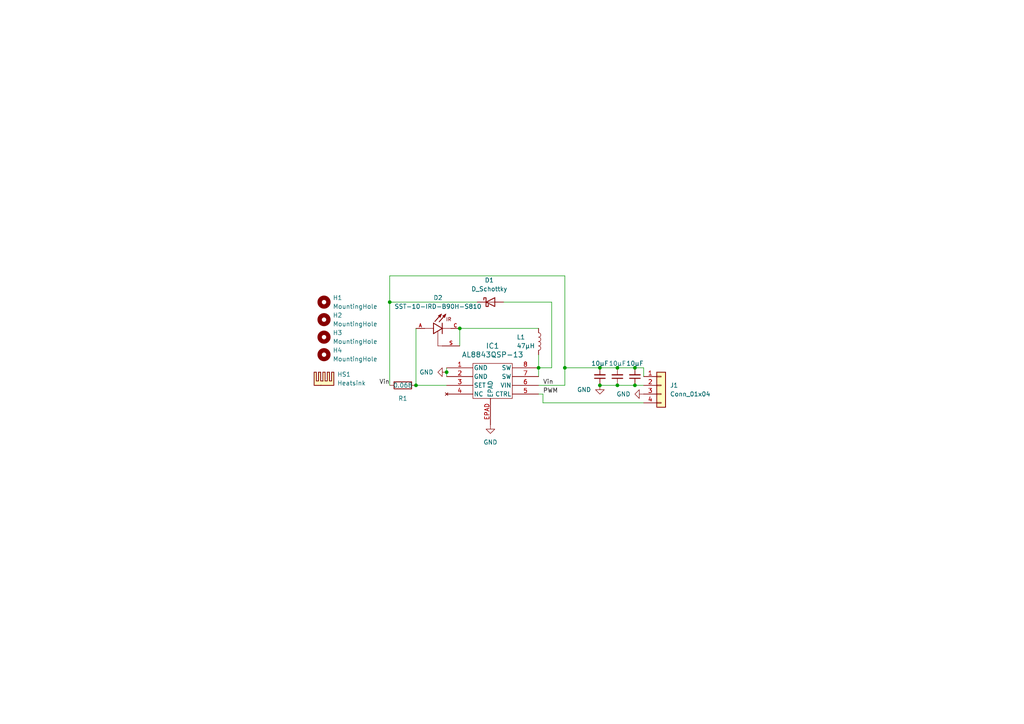
<source format=kicad_sch>
(kicad_sch (version 20230121) (generator eeschema)
  (paper "A4")
  (lib_symbols
    (symbol "Connector_Generic:Conn_01x04" (pin_names (offset 1.016) hide)
      (property "Reference" "J" (at 0 5.08 0))
      (property "Value" "Conn_01x04" (at 0 -7.62 0))
      (symbol "Conn_01x04_1_1"
        (rectangle (start -1.27 -4.953) (end 0 -5.207) (stroke (width 0.1524)))
        (rectangle (start -1.27 -2.413) (end 0 -2.667) (stroke (width 0.1524)))
        (rectangle (start -1.27 0.127) (end 0 -0.127) (stroke (width 0.1524)))
        (rectangle (start -1.27 2.667) (end 0 2.413) (stroke (width 0.1524)))
        (rectangle (start -1.27 3.81) (end 1.27 -6.35) (stroke (width 0.254)) (fill (type background)))
        (pin passive line (at -5.08 2.54 0) (length 3.81) (name "Pin_1") (number "1"))
        (pin passive line (at -5.08 0 0) (length 3.81) (name "Pin_2") (number "2"))
        (pin passive line (at -5.08 -2.54 0) (length 3.81) (name "Pin_3") (number "3"))
        (pin passive line (at -5.08 -5.08 0) (length 3.81) (name "Pin_4") (number "4"))
      )
    )
    (symbol "Custom:AL8843QSP-13" (pin_names (offset 0.254))
      (property "Reference" "IC" (at 20.32 10.16 0))
      (property "Value" "AL8843QSP-13" (at 20.32 7.62 0))
      (symbol "AL8843QSP-13_0_1"
        (pin power_out line (at 0 0 0) (length 7.62) (name "GND") (number "1"))
        (pin power_out line (at 0 -2.54 0) (length 7.62) (name "GND") (number "2"))
        (pin unspecified line (at 0 -5.08 0) (length 7.62) (name "SET") (number "3"))
        (pin no_connect line (at 0 -7.62 0) (length 7.62) (name "NC") (number "4"))
        (pin unspecified line (at 26.67 -7.62 180) (length 7.62) (name "CTRL") (number "5"))
        (pin unspecified line (at 26.67 -5.08 180) (length 7.62) (name "VIN") (number "6"))
        (pin unspecified line (at 26.67 -2.54 180) (length 7.62) (name "SW") (number "7"))
        (pin unspecified line (at 26.67 0 180) (length 7.62) (name "SW") (number "8"))
      )
      (symbol "AL8843QSP-13_1_1"
        (rectangle (start 7.62 1.27) (end 19.05 -8.89))
        (pin unspecified line (at 12.7 -16.51 90) (length 7.62) (name "EPAD") (number "EPAD"))
      )
    )
    (symbol "Custom:SST-10-IRD-B90H-S810" (pin_names (offset 1.016))
      (property "Reference" "D" (at -7.62 5.08 0))
      (property "Value" "SST-10-IRD-B90H-S810" (at -7.62 -7.62 0))
      (symbol "SST-10-IRD-B90H-S810_0_0"
        (polyline (pts (xy -2.54 -1.524) (xy 0 0)) (stroke (width 0.254)))
        (polyline (pts (xy -2.54 0) (xy -5.08 0)) (stroke (width 0.1524)))
        (polyline (pts (xy -2.54 0) (xy -2.54 -1.524)) (stroke (width 0.254)))
        (polyline (pts (xy -2.54 1.524) (xy -2.54 0)) (stroke (width 0.254)))
        (polyline (pts (xy -1.27 -5.08) (xy -1.27 -0.7112)) (stroke (width 0.1524)))
        (polyline (pts (xy -0.3556 4.0386) (xy -2.1336 2.0066)) (stroke (width 0.254)))
        (polyline (pts (xy 0 -5.08) (xy -1.27 -5.08)) (stroke (width 0.1524)))
        (polyline (pts (xy 0 0) (xy -2.54 1.524)) (stroke (width 0.254)))
        (polyline (pts (xy 0 0) (xy 0 -1.524)) (stroke (width 0.254)))
        (polyline (pts (xy 0 1.524) (xy 0 0)) (stroke (width 0.254)))
        (polyline (pts (xy 0.889 3.937) (xy -0.889 1.905)) (stroke (width 0.254)))
        (polyline (pts (xy 2.54 0) (xy 0 0)) (stroke (width 0.1524)))
        (polyline (pts (xy -1.143 3.683) (xy -0.5715 3.175) (xy -0.1905 4.191) (xy -1.143 3.683)) (stroke (width 0.1524)) (fill (type outline)))
        (polyline (pts (xy 0.127 3.6195) (xy 0.6985 3.1115) (xy 1.0795 4.191) (xy 0.127 3.6195)) (stroke (width 0.1524)) (fill (type outline)))
        (text "IR" (at 1.016 2.032 0) (effects (font (size 1.016 1.016)) (justify left bottom)))
        (pin passive line (at -7.62 0 0) (length 2.54) (name "~") (number "A"))
        (pin passive line (at 5.08 0 180) (length 2.54) (name "~") (number "C"))
        (pin passive line (at 5.08 -5.08 180) (length 5.08) (name "~") (number "S"))
      )
    )
    (symbol "Device:C_Small" (pin_numbers hide) (pin_names (offset 0.254) hide)
      (property "Reference" "C" (at 0.254 1.778 0))
      (property "Value" "C_Small" (at 0.254 -2.032 0))
      (symbol "C_Small_0_1"
        (polyline (pts (xy -1.524 -0.508) (xy 1.524 -0.508)) (stroke (width 0.3302)))
        (polyline (pts (xy -1.524 0.508) (xy 1.524 0.508)) (stroke (width 0.3048)))
      )
      (symbol "C_Small_1_1"
        (pin passive line (at 0 2.54 270) (length 2.032) (name "~") (number "1"))
        (pin passive line (at 0 -2.54 90) (length 2.032) (name "~") (number "2"))
      )
    )
    (symbol "Device:D_Schottky" (pin_numbers hide) (pin_names (offset 1.016) hide)
      (property "Reference" "D" (at 0 2.54 0))
      (property "Value" "D_Schottky" (at 0 -2.54 0))
      (symbol "D_Schottky_0_1"
        (polyline (pts (xy 1.27 0) (xy -1.27 0)))
        (polyline (pts (xy 1.27 1.27) (xy 1.27 -1.27) (xy -1.27 0) (xy 1.27 1.27)) (stroke (width 0.254)))
        (polyline (pts (xy -1.905 0.635) (xy -1.905 1.27) (xy -1.27 1.27) (xy -1.27 -1.27) (xy -0.635 -1.27) (xy -0.635 -0.635)) (stroke (width 0.254)))
      )
      (symbol "D_Schottky_1_1"
        (pin passive line (at -3.81 0 0) (length 2.54) (name "K") (number "1"))
        (pin passive line (at 3.81 0 180) (length 2.54) (name "A") (number "2"))
      )
    )
    (symbol "Device:L" (pin_numbers hide) (pin_names (offset 1.016) hide)
      (property "Reference" "L" (at -1.27 0 90))
      (property "Value" "L" (at 1.905 0 90))
      (symbol "L_0_1"
        (arc (start 0 -2.54) (mid 0.6323 -1.905) (end 0 -1.27))
        (arc (start 0 -1.27) (mid 0.6323 -0.635) (end 0 0))
        (arc (start 0 0) (mid 0.6323 0.635) (end 0 1.27))
        (arc (start 0 1.27) (mid 0.6323 1.905) (end 0 2.54))
      )
      (symbol "L_1_1"
        (pin passive line (at 0 3.81 270) (length 1.27) (name "1") (number "1"))
        (pin passive line (at 0 -3.81 90) (length 1.27) (name "2") (number "2"))
      )
    )
    (symbol "Device:R" (pin_numbers hide) (pin_names (offset 0))
      (property "Reference" "R" (at 2.032 0 90))
      (property "Value" "R" (at 0 0 90))
      (symbol "R_0_1"
        (rectangle (start -1.016 -2.54) (end 1.016 2.54) (stroke (width 0.254)))
      )
      (symbol "R_1_1"
        (pin passive line (at 0 3.81 270) (length 1.27) (name "~") (number "1"))
        (pin passive line (at 0 -3.81 90) (length 1.27) (name "~") (number "2"))
      )
    )
    (symbol "Mechanical:Heatsink" (pin_names (offset 1.016))
      (property "Reference" "HS" (at 0 5.08 0))
      (property "Value" "Heatsink" (at 0 -1.27 0))
      (symbol "Heatsink_0_1"
        (polyline (pts (xy -0.3302 1.27) (xy -0.9652 1.27) (xy -0.9652 3.81) (xy -1.6002 3.81) (xy -1.6002 1.27) (xy -2.2352 1.27) (xy -2.2352 3.81) (xy -2.8702 3.81) (xy -2.8702 0) (xy -0.9652 0)) (stroke (width 0.254)) (fill (type background)))
        (polyline (pts (xy -0.3302 1.27) (xy -0.3302 3.81) (xy 0.3048 3.81) (xy 0.3048 1.27) (xy 0.9398 1.27) (xy 0.9398 3.81) (xy 1.5748 3.81) (xy 1.5748 1.27) (xy 2.2098 1.27) (xy 2.2098 3.81) (xy 2.8448 3.81) (xy 2.8448 0) (xy -0.9652 0)) (stroke (width 0.254)) (fill (type background)))
      )
    )
    (symbol "Mechanical:MountingHole" (pin_names (offset 1.016))
      (property "Reference" "H" (at 0 5.08 0))
      (property "Value" "MountingHole" (at 0 3.175 0))
      (symbol "MountingHole_0_1"
        (circle (center 0 0) (radius 1.27) (stroke (width 1.27)))
      )
    )
    (symbol "power:GND" (power) (pin_names (offset 0))
      (property "Value" "GND" (at 0 -3.81 0))
      (symbol "GND_0_1"
        (polyline (pts (xy 0 0) (xy 0 -1.27) (xy 1.27 -1.27) (xy 0 -2.54) (xy -1.27 -1.27) (xy 0 -1.27)))
      )
      (symbol "GND_1_1"
        (pin power_in line (at 0 0 270) (length 0) hide (name "GND") (number "1"))
      )
    )
  )
  (junction (at 173.99 106.68))
  (junction (at 156.21 106.68))
  (junction (at 184.15 111.76))
  (junction (at 113.03 87.63))
  (junction (at 133.35 95.25))
  (junction (at 179.07 111.76))
  (junction (at 179.07 106.68))
  (junction (at 120.65 111.76))
  (junction (at 129.54 107.95))
  (junction (at 184.15 106.68))
  (junction (at 173.99 111.76))
  (junction (at 163.83 106.68))
  (wire (pts (xy 113.03 87.63) (xy 138.43 87.63)))
  (wire (pts (xy 184.15 111.76) (xy 186.69 111.76)))
  (wire (pts (xy 120.65 111.76) (xy 129.54 111.76)))
  (wire (pts (xy 133.35 95.25) (xy 156.21 95.25)))
  (wire (pts (xy 146.05 87.63) (xy 160.02 87.63)))
  (wire (pts (xy 157.48 116.84) (xy 157.48 114.3)))
  (wire (pts (xy 133.35 95.25) (xy 133.35 100.33)))
  (wire (pts (xy 156.21 114.3) (xy 157.48 114.3)))
  (wire (pts (xy 184.15 106.68) (xy 186.69 106.68)))
  (wire (pts (xy 186.69 109.22) (xy 186.69 106.68)))
  (wire (pts (xy 129.54 106.68) (xy 129.54 107.95)))
  (wire (pts (xy 163.83 106.68) (xy 163.83 111.76)))
  (wire (pts (xy 156.21 111.76) (xy 163.83 111.76)))
  (wire (pts (xy 173.99 111.76) (xy 179.07 111.76)))
  (wire (pts (xy 157.48 116.84) (xy 186.69 116.84)))
  (wire (pts (xy 179.07 111.76) (xy 184.15 111.76)))
  (wire (pts (xy 120.65 95.25) (xy 120.65 111.76)))
  (wire (pts (xy 156.21 102.87) (xy 156.21 106.68)))
  (wire (pts (xy 129.54 107.95) (xy 129.54 109.22)))
  (wire (pts (xy 156.21 106.68) (xy 156.21 109.22)))
  (wire (pts (xy 173.99 106.68) (xy 179.07 106.68)))
  (wire (pts (xy 179.07 106.68) (xy 184.15 106.68)))
  (wire (pts (xy 163.83 80.01) (xy 113.03 80.01)))
  (wire (pts (xy 160.02 87.63) (xy 160.02 106.68)))
  (wire (pts (xy 160.02 106.68) (xy 156.21 106.68)))
  (wire (pts (xy 163.83 106.68) (xy 173.99 106.68)))
  (wire (pts (xy 113.03 111.76) (xy 113.03 87.63)))
  (wire (pts (xy 113.03 80.01) (xy 113.03 87.63)))
  (wire (pts (xy 163.83 80.01) (xy 163.83 106.68)))
  (label "Vin" (at 113.03 111.76 180))
  (label "Vin" (at 157.48 111.76 0))
  (label "PWM" (at 157.48 114.3 0))
  (symbol (lib_id "Connector_Generic:Conn_01x04") (at 191.77 111.76 0) (unit 1)
    (property "Reference" "J1" (at 194.31 111.76 0) (effects (justify left)))
    (property "Value" "Conn_01x04" (at 194.31 114.3 0) (effects (justify left)))
    (property "Footprint" "Custom:SAMTEC_SSM-104-L-SH" (effects hide))
    (property "Datasheet" "https://suddendocs.samtec.com/prints/ssm-1xx-xxx-xx-xx-xx-xx-x-xx-mkt.pdf" (effects hide))
    (property "Manufacturer" "Samtec" (effects hide))
    (property "Part" "SSM-104-F-SH-TR" (effects hide))
  )
  (symbol (lib_id "Device:C_Small") (at 179.07 109.22 180) (unit 1)
    (property "Reference" "C2" (effects hide))
    (property "Value" "10μF" (at 181.61 105.41 0) (effects (justify left)))
    (property "Footprint" "Capacitor_SMD:C_0603_1608Metric" (effects hide))
    (property "Datasheet" "https://search.murata.co.jp/Ceramy/image/img/A01X/G101/ENG/GRM188R6YA106MA73-01A.pdf" (effects hide))
    (property "Manufacturer" "Murata Electronics" (effects hide))
    (property "Part" "GRM188R6YA106MA73D" (effects hide))
  )
  (symbol (lib_id "Device:C_Small") (at 184.15 109.22 180) (unit 1)
    (property "Reference" "C3" (effects hide))
    (property "Value" "10μF" (at 186.69 105.41 0) (effects (justify left)))
    (property "Footprint" "Capacitor_SMD:C_0603_1608Metric" (effects hide))
    (property "Datasheet" "https://search.murata.co.jp/Ceramy/image/img/A01X/G101/ENG/GRM188R6YA106MA73-01A.pdf" (effects hide))
    (property "Manufacturer" "Murata Electronics" (effects hide))
    (property "Part" "GRM188R6YA106MA73D" (effects hide))
  )
  (symbol (lib_id "Mechanical:MountingHole") (at 93.98 97.79 0) (unit 1)
    (property "Reference" "H3" (at 96.52 96.52 0) (effects (justify left)))
    (property "Value" "MountingHole" (at 96.52 99.06 0) (effects (justify left)))
    (property "Footprint" "Custom:6MM NPTH" (effects hide))
  )
  (symbol (lib_id "power:GND") (at 173.99 111.76 0) (unit 1)
    (property "Reference" "#PWR05" (effects hide))
    (property "Value" "GND" (at 171.45 113.03 0) (effects (justify right)))
  )
  (symbol (lib_id "Custom:AL8843QSP-13") (at 129.54 106.68 0) (unit 1)
    (property "Reference" "IC1" (at 142.875 100.33 0) (effects (font (size 1.524 1.524))))
    (property "Value" "AL8843QSP-13" (at 142.875 102.87 0) (effects (font (size 1.524 1.524))))
    (property "Footprint" "Custom:SO-8EP_3P9X4P95_DIO" (effects hide))
    (property "Datasheet" "https://www.diodes.com/assets/Datasheets/AL8843Q.pdf" (effects hide))
    (property "Manufacturer" "Diodes Incorporated" (effects hide))
    (property "Part" "AL8843QSP-13" (effects hide))
  )
  (symbol (lib_id "power:GND") (at 129.54 107.95 270) (unit 1)
    (property "Reference" "#PWR02" (effects hide))
    (property "Value" "GND" (at 125.73 107.95 90) (effects (justify right)))
  )
  (symbol (lib_id "Device:C_Small") (at 173.99 109.22 180) (unit 1)
    (property "Reference" "C1" (effects hide))
    (property "Value" "10μF" (at 176.53 105.41 0) (effects (justify left)))
    (property "Footprint" "Capacitor_SMD:C_0603_1608Metric" (effects hide))
    (property "Datasheet" "https://search.murata.co.jp/Ceramy/image/img/A01X/G101/ENG/GRM188R6YA106MA73-01A.pdf" (effects hide))
    (property "Manufacturer" "Murata Electronics" (effects hide))
    (property "Part" "GRM188R6YA106MA73D" (effects hide))
  )
  (symbol (lib_id "Mechanical:Heatsink") (at 93.98 111.76 0) (unit 1) (on_board no)
    (property "Reference" "HS1" (at 97.79 108.585 0) (effects (justify left)))
    (property "Value" "Heatsink" (at 97.79 111.125 0) (effects (justify left)))
    (property "Datasheet" "https://wakefieldthermal.com/content/data_sheets/ELLIPTICAL%20FIN%20HEAT%20SINK.pdf" (effects hide))
    (property "Manufacturer" "Wakefield-Vette" (effects hide))
    (property "Part" "906-31-1-23-2-B-0" (effects hide))
  )
  (symbol (lib_id "Device:R") (at 116.84 111.76 270) (unit 1)
    (property "Reference" "R1" (at 116.84 115.57 90))
    (property "Value" "0.068" (at 116.84 111.76 90))
    (property "Footprint" "Resistor_SMD:R_1206_3216Metric" (effects hide))
    (property "Datasheet" "https://www.ohmite.com/assets/docs/res_kdv.pdf?r=false" (effects hide))
    (property "Manufacturer" "Ohmite" (effects hide))
    (property "Part" "KDV12FR068ET" (effects hide))
  )
  (symbol (lib_id "Device:L") (at 156.21 99.06 0) (unit 1)
    (property "Reference" "L1" (at 149.86 97.79 0) (effects (justify left)))
    (property "Value" "47μH" (at 149.86 100.33 0) (effects (justify left)))
    (property "Footprint" "Custom:SRP1038A-220M_BRN" (effects hide))
    (property "Datasheet" "https://www.bourns.com/docs/Product-Datasheets/SRP1038A.pdf" (effects hide))
    (property "Manufacturer" "Bourns Inc." (effects hide))
    (property "Part" "SRP1038A-470M" (effects hide))
  )
  (symbol (lib_id "Custom:SST-10-IRD-B90H-S810") (at 128.27 95.25 0) (unit 1)
    (property "Reference" "D2" (at 127.0387 86.36 0))
    (property "Value" "SST-10-IRD-B90H-S810" (at 127.0387 88.9 0))
    (property "Footprint" "Custom:LED_SST-10-IRD-B90H-S810" (effects hide))
    (property "Datasheet" "https://mm.digikey.com/Volume0/opasdata/d220001/medias/docus/5335/SST-10-IRD-BxxH_810_Rev01_2021.pdf" (effects hide))
    (property "Manufacturer" "Luminus Devices Inc." (effects hide))
    (property "Part" "SST-10-IRD-B90H-S810" (effects hide))
  )
  (symbol (lib_id "power:GND") (at 142.24 123.19 0) (unit 1)
    (property "Reference" "#PWR01" (effects hide))
    (property "Value" "GND" (at 142.24 128.27 0))
  )
  (symbol (lib_id "Mechanical:MountingHole") (at 93.98 102.87 0) (unit 1)
    (property "Reference" "H4" (at 96.52 101.6 0) (effects (justify left)))
    (property "Value" "MountingHole" (at 96.52 104.14 0) (effects (justify left)))
    (property "Footprint" "Custom:6MM NPTH" (effects hide))
  )
  (symbol (lib_id "Mechanical:MountingHole") (at 93.98 87.63 0) (unit 1)
    (property "Reference" "H1" (at 96.52 86.36 0) (effects (justify left)))
    (property "Value" "MountingHole" (at 96.52 88.9 0) (effects (justify left)))
    (property "Footprint" "Custom:6MM NPTH" (effects hide))
  )
  (symbol (lib_id "power:GND") (at 186.69 114.3 270) (unit 1)
    (property "Reference" "#PWR03" (effects hide))
    (property "Value" "GND" (at 182.88 114.3 90) (effects (justify right)))
  )
  (symbol (lib_id "Mechanical:MountingHole") (at 93.98 92.71 0) (unit 1)
    (property "Reference" "H2" (at 96.52 91.44 0) (effects (justify left)))
    (property "Value" "MountingHole" (at 96.52 93.98 0) (effects (justify left)))
    (property "Footprint" "Custom:6MM NPTH" (effects hide))
  )
  (symbol (lib_id "Device:D_Schottky") (at 142.24 87.63 0) (unit 1)
    (property "Reference" "D1" (at 141.9225 81.28 0))
    (property "Value" "D_Schottky" (at 141.9225 83.82 0))
    (property "Footprint" "Custom:D_SOD-128" (effects hide))
    (property "Datasheet" "https://assets.nexperia.com/documents/data-sheet/PMEG10030ELP.pdf" (effects hide))
    (property "Manufacturer" "Nexperia USA Inc." (effects hide))
    (property "Part" "PMEG10030ELPX" (effects hide))
  )
)
</source>
